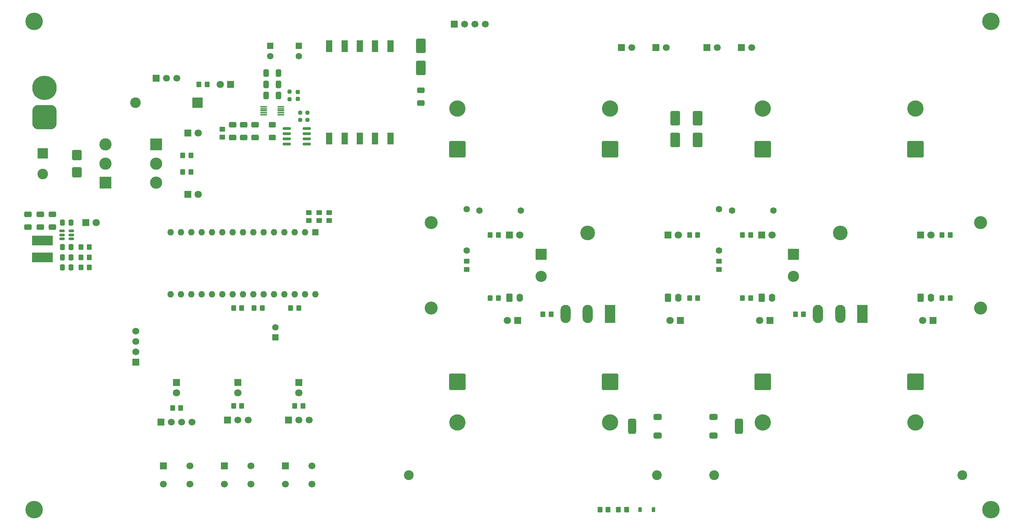
<source format=gts>
%TF.GenerationSoftware,KiCad,Pcbnew,9.0.3*%
%TF.CreationDate,2025-11-21T22:03:05+01:00*%
%TF.ProjectId,Gaus-Beschleuniger,47617573-2d42-4657-9363-686c65756e69,v1.0.0*%
%TF.SameCoordinates,Original*%
%TF.FileFunction,Soldermask,Top*%
%TF.FilePolarity,Negative*%
%FSLAX46Y46*%
G04 Gerber Fmt 4.6, Leading zero omitted, Abs format (unit mm)*
G04 Created by KiCad (PCBNEW 9.0.3) date 2025-11-21 22:03:05*
%MOMM*%
%LPD*%
G01*
G04 APERTURE LIST*
G04 Aperture macros list*
%AMRoundRect*
0 Rectangle with rounded corners*
0 $1 Rounding radius*
0 $2 $3 $4 $5 $6 $7 $8 $9 X,Y pos of 4 corners*
0 Add a 4 corners polygon primitive as box body*
4,1,4,$2,$3,$4,$5,$6,$7,$8,$9,$2,$3,0*
0 Add four circle primitives for the rounded corners*
1,1,$1+$1,$2,$3*
1,1,$1+$1,$4,$5*
1,1,$1+$1,$6,$7*
1,1,$1+$1,$8,$9*
0 Add four rect primitives between the rounded corners*
20,1,$1+$1,$2,$3,$4,$5,0*
20,1,$1+$1,$4,$5,$6,$7,0*
20,1,$1+$1,$6,$7,$8,$9,0*
20,1,$1+$1,$8,$9,$2,$3,0*%
G04 Aperture macros list end*
%ADD10C,3.200000*%
%ADD11RoundRect,0.250000X1.050000X1.050000X-1.050000X1.050000X-1.050000X-1.050000X1.050000X-1.050000X0*%
%ADD12C,2.600000*%
%ADD13RoundRect,0.249600X0.550400X-0.750400X0.550400X0.750400X-0.550400X0.750400X-0.550400X-0.750400X0*%
%ADD14O,1.600000X2.000000*%
%ADD15RoundRect,0.250000X0.900000X-1.500000X0.900000X1.500000X-0.900000X1.500000X-0.900000X-1.500000X0*%
%ADD16RoundRect,0.250000X0.625000X-0.400000X0.625000X0.400000X-0.625000X0.400000X-0.625000X-0.400000X0*%
%ADD17RoundRect,0.250000X-0.650000X0.412500X-0.650000X-0.412500X0.650000X-0.412500X0.650000X0.412500X0*%
%ADD18C,1.600000*%
%ADD19RoundRect,0.250000X0.350000X0.450000X-0.350000X0.450000X-0.350000X-0.450000X0.350000X-0.450000X0*%
%ADD20RoundRect,0.250000X-0.350000X-0.450000X0.350000X-0.450000X0.350000X0.450000X-0.350000X0.450000X0*%
%ADD21RoundRect,0.250000X-0.550000X0.550000X-0.550000X-0.550000X0.550000X-0.550000X0.550000X0.550000X0*%
%ADD22C,4.300000*%
%ADD23RoundRect,0.250000X0.337500X0.475000X-0.337500X0.475000X-0.337500X-0.475000X0.337500X-0.475000X0*%
%ADD24RoundRect,0.250000X-0.337500X-0.475000X0.337500X-0.475000X0.337500X0.475000X-0.337500X0.475000X0*%
%ADD25RoundRect,0.250000X0.450000X-0.350000X0.450000X0.350000X-0.450000X0.350000X-0.450000X-0.350000X0*%
%ADD26C,2.400000*%
%ADD27RoundRect,0.250000X-1.125000X1.125000X-1.125000X-1.125000X1.125000X-1.125000X1.125000X1.125000X0*%
%ADD28C,2.750000*%
%ADD29RoundRect,0.237500X-0.250000X-0.237500X0.250000X-0.237500X0.250000X0.237500X-0.250000X0.237500X0*%
%ADD30R,1.800000X1.800000*%
%ADD31C,1.800000*%
%ADD32RoundRect,0.237500X0.237500X-0.250000X0.237500X0.250000X-0.237500X0.250000X-0.237500X-0.250000X0*%
%ADD33R,1.700000X1.700000*%
%ADD34C,1.700000*%
%ADD35RoundRect,0.250000X-0.450000X0.350000X-0.450000X-0.350000X0.450000X-0.350000X0.450000X0.350000X0*%
%ADD36RoundRect,0.250000X0.650000X-0.412500X0.650000X0.412500X-0.650000X0.412500X-0.650000X-0.412500X0*%
%ADD37RoundRect,0.150000X0.512500X0.150000X-0.512500X0.150000X-0.512500X-0.150000X0.512500X-0.150000X0*%
%ADD38RoundRect,0.250000X0.550000X-0.550000X0.550000X0.550000X-0.550000X0.550000X-0.550000X-0.550000X0*%
%ADD39RoundRect,0.225000X0.225000X0.375000X-0.225000X0.375000X-0.225000X-0.375000X0.225000X-0.375000X0*%
%ADD40RoundRect,0.375000X0.625000X0.375000X-0.625000X0.375000X-0.625000X-0.375000X0.625000X-0.375000X0*%
%ADD41RoundRect,0.500000X0.500000X1.400000X-0.500000X1.400000X-0.500000X-1.400000X0.500000X-1.400000X0*%
%ADD42R,3.000000X3.000000*%
%ADD43C,3.000000*%
%ADD44RoundRect,0.250000X-1.050000X1.050000X-1.050000X-1.050000X1.050000X-1.050000X1.050000X1.050000X0*%
%ADD45R,1.600000X1.600000*%
%ADD46O,1.600000X1.600000*%
%ADD47RoundRect,0.250000X-0.412500X-0.650000X0.412500X-0.650000X0.412500X0.650000X-0.412500X0.650000X0*%
%ADD48RoundRect,0.237500X0.237500X-0.300000X0.237500X0.300000X-0.237500X0.300000X-0.237500X-0.300000X0*%
%ADD49RoundRect,0.087500X-0.725000X-0.087500X0.725000X-0.087500X0.725000X0.087500X-0.725000X0.087500X0*%
%ADD50RoundRect,0.150000X-0.825000X-0.150000X0.825000X-0.150000X0.825000X0.150000X-0.825000X0.150000X0*%
%ADD51R,5.100000X2.350000*%
%ADD52RoundRect,0.250000X-0.900000X1.000000X-0.900000X-1.000000X0.900000X-1.000000X0.900000X1.000000X0*%
%ADD53R,1.520000X2.920000*%
%ADD54RoundRect,0.375000X-0.625000X-0.375000X0.625000X-0.375000X0.625000X0.375000X-0.625000X0.375000X0*%
%ADD55RoundRect,0.500000X-0.500000X-1.400000X0.500000X-1.400000X0.500000X1.400000X-0.500000X1.400000X0*%
%ADD56RoundRect,0.250000X-1.750000X1.750000X-1.750000X-1.750000X1.750000X-1.750000X1.750000X1.750000X0*%
%ADD57C,4.000000*%
%ADD58RoundRect,0.250000X1.750000X-1.750000X1.750000X1.750000X-1.750000X1.750000X-1.750000X-1.750000X0*%
%ADD59C,6.000000*%
%ADD60RoundRect,1.500000X1.500000X-1.500000X1.500000X1.500000X-1.500000X1.500000X-1.500000X-1.500000X0*%
%ADD61C,3.600000*%
%ADD62R,2.500000X4.500000*%
%ADD63O,2.500000X4.500000*%
G04 APERTURE END LIST*
D10*
%TO.C,H8*%
X287500000Y-160500000D03*
%TD*%
D11*
%TO.C,D18*%
X95120000Y-110000000D03*
D12*
X79880000Y-110000000D03*
%TD*%
D13*
%TO.C,Q6*%
X272730000Y-157935000D03*
D14*
X275270000Y-157935000D03*
%TD*%
D15*
%TO.C,D16*%
X150000000Y-101450000D03*
X150000000Y-96050000D03*
%TD*%
D16*
%TO.C,R26*%
X113500000Y-118550000D03*
X113500000Y-115450000D03*
%TD*%
D17*
%TO.C,C21*%
X103750000Y-115437500D03*
X103750000Y-118562500D03*
%TD*%
D18*
%TO.C,R4*%
X161250000Y-136170000D03*
X161250000Y-146330000D03*
%TD*%
D19*
%TO.C,R36*%
X120000000Y-160500000D03*
X118000000Y-160500000D03*
%TD*%
D20*
%TO.C,R14*%
X229000000Y-142500000D03*
X231000000Y-142500000D03*
%TD*%
D21*
%TO.C,C24*%
X120000000Y-96067621D03*
D18*
X120000000Y-98567621D03*
%TD*%
D19*
%TO.C,R42*%
X93500000Y-123000000D03*
X91500000Y-123000000D03*
%TD*%
D22*
%TO.C,H1*%
X55000000Y-90000000D03*
%TD*%
D23*
%TO.C,C13*%
X64037500Y-145500000D03*
X61962500Y-145500000D03*
%TD*%
D15*
%TO.C,D5*%
X212500000Y-119200000D03*
X212500000Y-113800000D03*
%TD*%
D24*
%TO.C,C14*%
X61962500Y-148000000D03*
X64037500Y-148000000D03*
%TD*%
D25*
%TO.C,R40*%
X122500000Y-139000000D03*
X122500000Y-137000000D03*
%TD*%
D26*
%TO.C,R23*%
X282980000Y-201500000D03*
X222020000Y-201500000D03*
%TD*%
D27*
%TO.C,J1*%
X179500000Y-147300000D03*
D28*
X179500000Y-152700000D03*
%TD*%
D29*
%TO.C,R29*%
X120337500Y-112500000D03*
X122162500Y-112500000D03*
%TD*%
D17*
%TO.C,C20*%
X106500000Y-115437500D03*
X106500000Y-118562500D03*
%TD*%
D30*
%TO.C,D10*%
X233730000Y-142500000D03*
D31*
X236270000Y-142500000D03*
%TD*%
D32*
%TO.C,R28*%
X117750000Y-109162500D03*
X117750000Y-107337500D03*
%TD*%
D18*
%TO.C,R18*%
X236580000Y-136500000D03*
X226420000Y-136500000D03*
%TD*%
D33*
%TO.C,SW6*%
X116750000Y-199250000D03*
D34*
X123250000Y-199250000D03*
X116750000Y-203750000D03*
X123250000Y-203750000D03*
%TD*%
D35*
%TO.C,R31*%
X101250000Y-116500000D03*
X101250000Y-118500000D03*
%TD*%
D18*
%TO.C,R19*%
X223250000Y-136170000D03*
X223250000Y-146330000D03*
%TD*%
D36*
%TO.C,C12*%
X59500000Y-140562500D03*
X59500000Y-137437500D03*
%TD*%
D19*
%TO.C,R24*%
X244000000Y-162000000D03*
X242000000Y-162000000D03*
%TD*%
D15*
%TO.C,D25*%
X218000000Y-119200000D03*
X218000000Y-113800000D03*
%TD*%
D10*
%TO.C,H5*%
X152500000Y-139500000D03*
%TD*%
D30*
%TO.C,D20*%
X90000000Y-178725000D03*
D31*
X90000000Y-181265000D03*
%TD*%
D35*
%TO.C,R3*%
X161250000Y-149000000D03*
X161250000Y-151000000D03*
%TD*%
%TO.C,R20*%
X223250000Y-149000000D03*
X223250000Y-151000000D03*
%TD*%
D18*
%TO.C,R9*%
X174580000Y-136500000D03*
X164420000Y-136500000D03*
%TD*%
D37*
%TO.C,U1*%
X64137500Y-143450000D03*
X64137500Y-142500000D03*
X64137500Y-141550000D03*
X61862500Y-141550000D03*
X61862500Y-142500000D03*
X61862500Y-143450000D03*
%TD*%
D19*
%TO.C,R38*%
X106000000Y-160500000D03*
X104000000Y-160500000D03*
%TD*%
%TO.C,R17*%
X280000000Y-158000000D03*
X278000000Y-158000000D03*
%TD*%
D38*
%TO.C,C25*%
X114250000Y-167682380D03*
D18*
X114250000Y-165182380D03*
%TD*%
D39*
%TO.C,D24*%
X207150000Y-210000000D03*
X203850000Y-210000000D03*
%TD*%
D19*
%TO.C,R25*%
X68500000Y-145500000D03*
X66500000Y-145500000D03*
%TD*%
D29*
%TO.C,R27*%
X120337500Y-114250000D03*
X122162500Y-114250000D03*
%TD*%
D33*
%TO.C,J5*%
X228725000Y-96500000D03*
D34*
X231265000Y-96500000D03*
%TD*%
D40*
%TO.C,Q1*%
X208150000Y-191800000D03*
D41*
X201850000Y-189500000D03*
D40*
X208150000Y-187200000D03*
%TD*%
D42*
%TO.C,SW2*%
X72500000Y-129700000D03*
D43*
X72500000Y-125000000D03*
X72500000Y-120300000D03*
%TD*%
D20*
%TO.C,R33*%
X109000000Y-160500000D03*
X111000000Y-160500000D03*
%TD*%
D44*
%TO.C,J7*%
X57077500Y-122455000D03*
D12*
X57077500Y-127535000D03*
%TD*%
D24*
%TO.C,C15*%
X61962500Y-150500000D03*
X64037500Y-150500000D03*
%TD*%
D30*
%TO.C,D7*%
X171730000Y-142500000D03*
D31*
X174270000Y-142500000D03*
%TD*%
D45*
%TO.C,A1*%
X124050000Y-141890000D03*
D46*
X121510000Y-141890000D03*
X118970000Y-141890000D03*
X116430000Y-141890000D03*
X113890000Y-141890000D03*
X111350000Y-141890000D03*
X108810000Y-141890000D03*
X106270000Y-141890000D03*
X103730000Y-141890000D03*
X101190000Y-141890000D03*
X98650000Y-141890000D03*
X96110000Y-141890000D03*
X93570000Y-141890000D03*
X91030000Y-141890000D03*
X88490000Y-141890000D03*
X88490000Y-157130000D03*
X91030000Y-157130000D03*
X93570000Y-157130000D03*
X96110000Y-157130000D03*
X98650000Y-157130000D03*
X101190000Y-157130000D03*
X103730000Y-157130000D03*
X106270000Y-157130000D03*
X108810000Y-157130000D03*
X111350000Y-157130000D03*
X113890000Y-157130000D03*
X116430000Y-157130000D03*
X118970000Y-157130000D03*
X121510000Y-157130000D03*
X124050000Y-157130000D03*
%TD*%
D30*
%TO.C,D19*%
X92725000Y-117500000D03*
D31*
X95265000Y-117500000D03*
%TD*%
D20*
%TO.C,R15*%
X229000000Y-158000000D03*
X231000000Y-158000000D03*
%TD*%
D10*
%TO.C,H6*%
X152500000Y-160500000D03*
%TD*%
D19*
%TO.C,R10*%
X182000000Y-162000000D03*
X180000000Y-162000000D03*
%TD*%
D33*
%TO.C,SW5*%
X101750000Y-199250000D03*
D34*
X108250000Y-199250000D03*
X101750000Y-203750000D03*
X108250000Y-203750000D03*
%TD*%
D30*
%TO.C,D9*%
X213775000Y-163500000D03*
D31*
X211235000Y-163500000D03*
%TD*%
D33*
%TO.C,J4*%
X220225000Y-96500000D03*
D34*
X222765000Y-96500000D03*
%TD*%
D24*
%TO.C,C9*%
X61962500Y-139500000D03*
X64037500Y-139500000D03*
%TD*%
D30*
%TO.C,D21*%
X105000000Y-178725000D03*
D31*
X105000000Y-181265000D03*
%TD*%
D17*
%TO.C,C19*%
X109250000Y-115437500D03*
X109250000Y-118562500D03*
%TD*%
D33*
%TO.C,J2*%
X207725000Y-96500000D03*
D34*
X210265000Y-96500000D03*
%TD*%
D30*
%TO.C,D3*%
X103275000Y-105500000D03*
D31*
X100735000Y-105500000D03*
%TD*%
D30*
%TO.C,D11*%
X235775000Y-163500000D03*
D31*
X233235000Y-163500000D03*
%TD*%
D13*
%TO.C,Q4*%
X210730000Y-157935000D03*
D14*
X213270000Y-157935000D03*
%TD*%
D22*
%TO.C,H3*%
X290000000Y-90000000D03*
%TD*%
D33*
%TO.C,J10*%
X86190000Y-188500000D03*
D34*
X88730000Y-188500000D03*
X91270000Y-188500000D03*
X93810000Y-188500000D03*
%TD*%
D33*
%TO.C,J3*%
X199225000Y-96500000D03*
D34*
X201765000Y-96500000D03*
%TD*%
D47*
%TO.C,C18*%
X111937500Y-102750000D03*
X115062500Y-102750000D03*
%TD*%
D19*
%TO.C,R13*%
X218000000Y-158000000D03*
X216000000Y-158000000D03*
%TD*%
D33*
%TO.C,J11*%
X102460000Y-188000000D03*
D34*
X105000000Y-188000000D03*
X107540000Y-188000000D03*
%TD*%
D13*
%TO.C,Q3*%
X171730000Y-157935000D03*
D14*
X174270000Y-157935000D03*
%TD*%
D33*
%TO.C,SW4*%
X86750000Y-199250000D03*
D34*
X93250000Y-199250000D03*
X86750000Y-203750000D03*
X93250000Y-203750000D03*
%TD*%
D48*
%TO.C,C22*%
X119750000Y-109112500D03*
X119750000Y-107387500D03*
%TD*%
D19*
%TO.C,R32*%
X93500000Y-127000000D03*
X91500000Y-127000000D03*
%TD*%
D20*
%TO.C,R1*%
X66500000Y-150500000D03*
X68500000Y-150500000D03*
%TD*%
D10*
%TO.C,H7*%
X287500000Y-139500000D03*
%TD*%
D21*
%TO.C,C23*%
X113000000Y-96067620D03*
D18*
X113000000Y-98567620D03*
%TD*%
D19*
%TO.C,R6*%
X196000000Y-210000000D03*
X194000000Y-210000000D03*
%TD*%
D30*
%TO.C,D22*%
X120000000Y-178725000D03*
D31*
X120000000Y-181265000D03*
%TD*%
D19*
%TO.C,R2*%
X68500000Y-148000000D03*
X66500000Y-148000000D03*
%TD*%
D22*
%TO.C,H4*%
X290000000Y-210000000D03*
%TD*%
D49*
%TO.C,U2*%
X111387500Y-111000000D03*
X111387500Y-111500000D03*
X111387500Y-112000000D03*
X111387500Y-112500000D03*
X111387500Y-113000000D03*
X115612500Y-113000000D03*
X115612500Y-112500000D03*
X115612500Y-112000000D03*
X115612500Y-111500000D03*
X115612500Y-111000000D03*
%TD*%
D36*
%TO.C,C10*%
X53500000Y-140562500D03*
X53500000Y-137437500D03*
%TD*%
%TO.C,C11*%
X56500000Y-140562500D03*
X56500000Y-137437500D03*
%TD*%
D33*
%TO.C,J9*%
X84960000Y-104000000D03*
D34*
X87500000Y-104000000D03*
X90040000Y-104000000D03*
%TD*%
D50*
%TO.C,Q9*%
X117025000Y-116345000D03*
X117025000Y-117615000D03*
X117025000Y-118885000D03*
X117025000Y-120155000D03*
X121975000Y-120155000D03*
X121975000Y-118885000D03*
X121975000Y-117615000D03*
X121975000Y-116345000D03*
%TD*%
D20*
%TO.C,R35*%
X104000000Y-184500000D03*
X106000000Y-184500000D03*
%TD*%
D35*
%TO.C,R37*%
X127500000Y-137000000D03*
X127500000Y-139000000D03*
%TD*%
D20*
%TO.C,R11*%
X167000000Y-158000000D03*
X169000000Y-158000000D03*
%TD*%
D30*
%TO.C,D2*%
X67725000Y-139500000D03*
D31*
X70265000Y-139500000D03*
%TD*%
D35*
%TO.C,R39*%
X125000000Y-137000000D03*
X125000000Y-139000000D03*
%TD*%
D20*
%TO.C,R30*%
X95500000Y-105500000D03*
X97500000Y-105500000D03*
%TD*%
D22*
%TO.C,H2*%
X55000000Y-210000000D03*
%TD*%
D33*
%TO.C,J12*%
X79975000Y-173800000D03*
D34*
X79975000Y-171260000D03*
X79975000Y-168720000D03*
X79975000Y-166180000D03*
%TD*%
D20*
%TO.C,R34*%
X89000000Y-185000000D03*
X91000000Y-185000000D03*
%TD*%
D19*
%TO.C,R12*%
X218000000Y-142500000D03*
X216000000Y-142500000D03*
%TD*%
D33*
%TO.C,J13*%
X117460000Y-188000000D03*
D34*
X120000000Y-188000000D03*
X122540000Y-188000000D03*
%TD*%
D51*
%TO.C,L1*%
X57000000Y-143925000D03*
X57000000Y-148075000D03*
%TD*%
D30*
%TO.C,D8*%
X210730000Y-142500000D03*
D31*
X213270000Y-142500000D03*
%TD*%
D13*
%TO.C,Q5*%
X233730000Y-157935000D03*
D14*
X236270000Y-157935000D03*
%TD*%
D33*
%TO.C,J8*%
X158190000Y-90750000D03*
D34*
X160730000Y-90750000D03*
X163270000Y-90750000D03*
X165810000Y-90750000D03*
%TD*%
D30*
%TO.C,D17*%
X92725000Y-132500000D03*
D31*
X95265000Y-132500000D03*
%TD*%
D42*
%TO.C,SW1*%
X85000000Y-120300000D03*
D43*
X85000000Y-125000000D03*
X85000000Y-129700000D03*
%TD*%
D30*
%TO.C,D6*%
X173775000Y-163500000D03*
D31*
X171235000Y-163500000D03*
%TD*%
D19*
%TO.C,R7*%
X200500000Y-210000000D03*
X198500000Y-210000000D03*
%TD*%
D17*
%TO.C,C26*%
X150000000Y-106937500D03*
X150000000Y-110062500D03*
%TD*%
D52*
%TO.C,D1*%
X65500000Y-122850000D03*
X65500000Y-127150000D03*
%TD*%
D53*
%TO.C,TR1*%
X142500000Y-96170000D03*
X138750000Y-96170000D03*
X135000000Y-96170000D03*
X131250000Y-96170000D03*
X127500000Y-96170000D03*
X127500000Y-118830000D03*
X131250000Y-118830000D03*
X135000000Y-118830000D03*
X138750000Y-118830000D03*
X142500000Y-118830000D03*
%TD*%
D27*
%TO.C,J6*%
X241500000Y-147300000D03*
D28*
X241500000Y-152700000D03*
%TD*%
D20*
%TO.C,R41*%
X119000000Y-184500000D03*
X121000000Y-184500000D03*
%TD*%
%TO.C,R5*%
X167000000Y-142500000D03*
X169000000Y-142500000D03*
%TD*%
D47*
%TO.C,C17*%
X111937500Y-105500000D03*
X115062500Y-105500000D03*
%TD*%
D26*
%TO.C,R8*%
X147020000Y-201500000D03*
X207980000Y-201500000D03*
%TD*%
D47*
%TO.C,C16*%
X111937500Y-108250000D03*
X115062500Y-108250000D03*
%TD*%
D30*
%TO.C,D13*%
X275775000Y-163500000D03*
D31*
X273235000Y-163500000D03*
%TD*%
D54*
%TO.C,Q2*%
X221850000Y-187200000D03*
D55*
X228150000Y-189500000D03*
D54*
X221850000Y-191800000D03*
%TD*%
D30*
%TO.C,D12*%
X272730000Y-142500000D03*
D31*
X275270000Y-142500000D03*
%TD*%
D19*
%TO.C,R16*%
X280000000Y-142500000D03*
X278000000Y-142500000D03*
%TD*%
D56*
%TO.C,C2*%
X196500000Y-178569501D03*
D57*
X196500000Y-188569501D03*
%TD*%
D58*
%TO.C,C3*%
X159000000Y-121430499D03*
D57*
X159000000Y-111430499D03*
%TD*%
D56*
%TO.C,C6*%
X271500000Y-178569501D03*
D57*
X271500000Y-188569501D03*
%TD*%
D58*
%TO.C,C7*%
X234000000Y-121430499D03*
D57*
X234000000Y-111430499D03*
%TD*%
D59*
%TO.C,BT1*%
X57500000Y-106400000D03*
D60*
X57500000Y-113600000D03*
%TD*%
D61*
%TO.C,D15*%
X253000000Y-142030000D03*
D62*
X258450000Y-161890000D03*
D63*
X253000000Y-161890000D03*
X247550000Y-161890000D03*
%TD*%
D58*
%TO.C,C5*%
X271500000Y-121430499D03*
D57*
X271500000Y-111430499D03*
%TD*%
D56*
%TO.C,C4*%
X159000000Y-178569501D03*
D57*
X159000000Y-188569501D03*
%TD*%
D56*
%TO.C,C8*%
X234000000Y-178569501D03*
D57*
X234000000Y-188569501D03*
%TD*%
D61*
%TO.C,D4*%
X191000000Y-142030000D03*
D62*
X196450000Y-161890000D03*
D63*
X191000000Y-161890000D03*
X185550000Y-161890000D03*
%TD*%
D58*
%TO.C,C1*%
X196500000Y-121430499D03*
D57*
X196500000Y-111430499D03*
%TD*%
M02*

</source>
